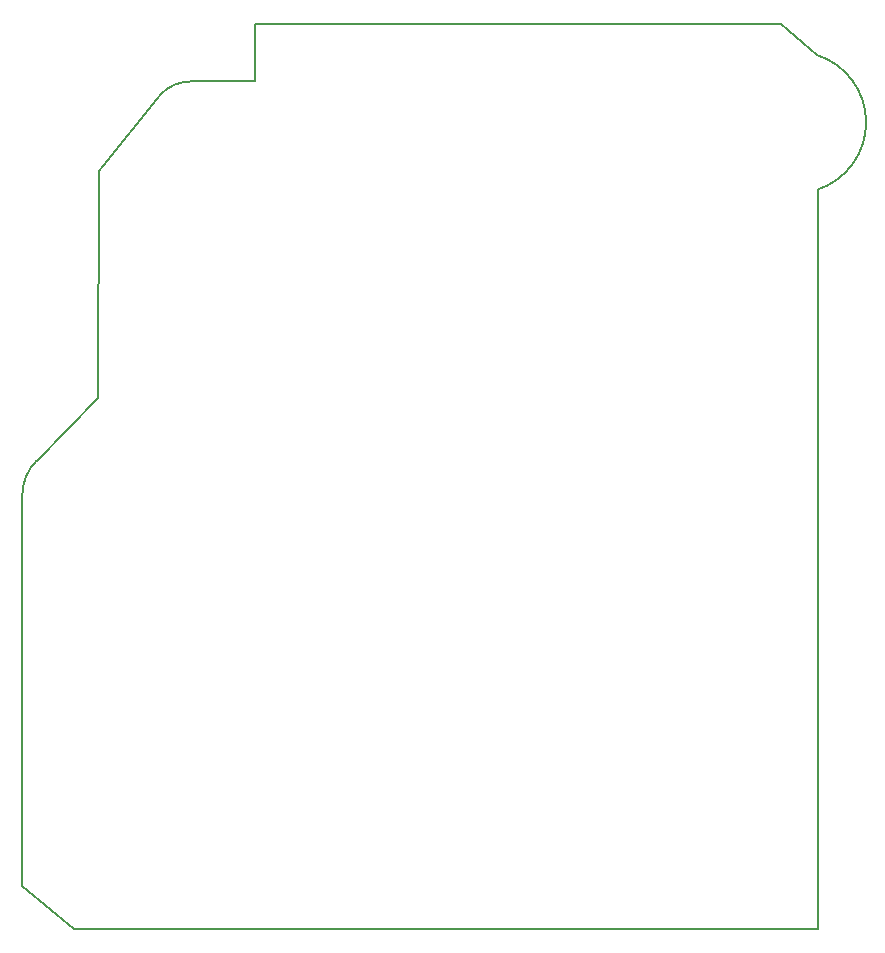
<source format=gbr>
G04 #@! TF.GenerationSoftware,KiCad,Pcbnew,8.0.8+1*
G04 #@! TF.ProjectId,airsoft_bomb_v2,61697273-6f66-4745-9f62-6f6d625f7632,rev?*
G04 #@! TF.SameCoordinates,Original*
G04 #@! TF.FileFunction,Profile,NP*
%FSLAX46Y46*%
G04 Gerber Fmt 4.6, Leading zero omitted, Abs format (unit mm)*
%MOMM*%
%LPD*%
G01*
G04 APERTURE LIST*
G04 #@! TA.AperFunction,Profile*
%ADD10C,0.200000*%
G04 #@! TD*
G04 APERTURE END LIST*
D10*
X178890534Y-60866736D02*
X175878500Y-58216800D01*
X116027200Y-134823200D02*
X111607600Y-131216400D01*
X131300000Y-58216800D02*
X131300000Y-63100000D01*
X178890534Y-60866736D02*
G75*
G02*
X178943000Y-72262999I-1827134J-5706664D01*
G01*
X111607601Y-98145600D02*
G75*
G02*
X112827677Y-95200077I4165599J0D01*
G01*
X175878500Y-58216800D02*
X131300000Y-58216800D01*
X118059200Y-89916000D02*
X118100000Y-70700000D01*
X116027200Y-134823200D02*
X178943000Y-134874000D01*
X178943000Y-134874000D02*
X178943000Y-72263000D01*
X123354416Y-64154416D02*
G75*
G02*
X125900000Y-63100001I2545584J-2545584D01*
G01*
X112827676Y-95200076D02*
X118059200Y-89916000D01*
X123354416Y-64154416D02*
X118100000Y-70700000D01*
X131300000Y-63100000D02*
X125900000Y-63100000D01*
X111607600Y-131216400D02*
X111607600Y-98145600D01*
X178890534Y-60866736D02*
X175878500Y-58216800D01*
X116027200Y-134823200D02*
X111607600Y-131216400D01*
X131300000Y-58216800D02*
X131300000Y-63100000D01*
X178890534Y-60866736D02*
G75*
G02*
X178943000Y-72262999I-1827134J-5706664D01*
G01*
X111607601Y-98145600D02*
G75*
G02*
X112827677Y-95200077I4165599J0D01*
G01*
X175878500Y-58216800D02*
X131300000Y-58216800D01*
X118059200Y-89916000D02*
X118100000Y-70700000D01*
X116027200Y-134823200D02*
X178943000Y-134874000D01*
X178943000Y-134874000D02*
X178943000Y-72263000D01*
X123354416Y-64154416D02*
G75*
G02*
X125900000Y-63100001I2545584J-2545584D01*
G01*
X112827676Y-95200076D02*
X118059200Y-89916000D01*
X123354416Y-64154416D02*
X118100000Y-70700000D01*
X131300000Y-63100000D02*
X125900000Y-63100000D01*
X111607600Y-131216400D02*
X111607600Y-98145600D01*
M02*

</source>
